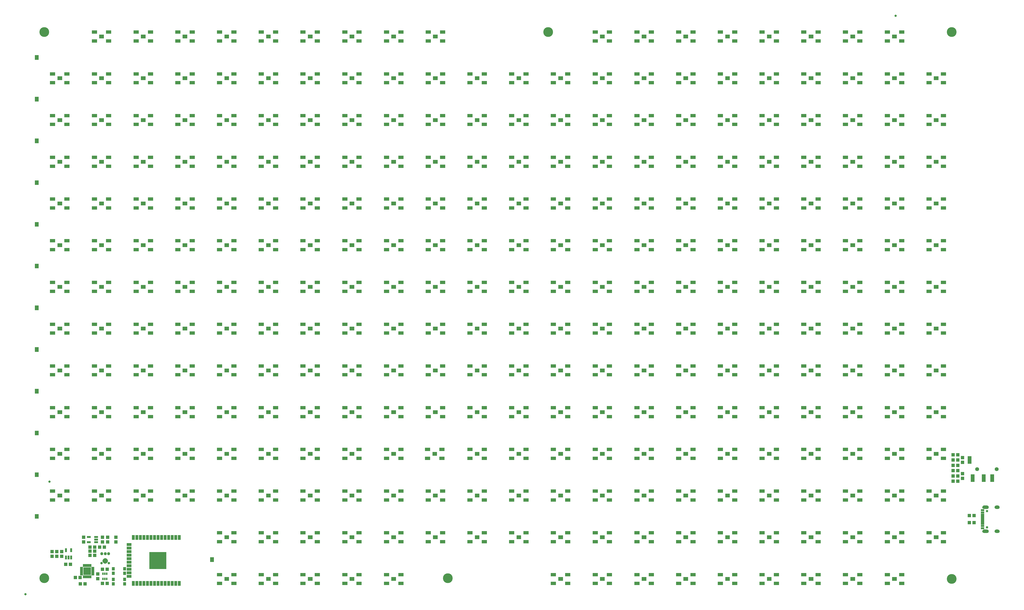
<source format=gts>
G04 EAGLE Gerber RS-274X export*
G75*
%MOMM*%
%FSLAX34Y34*%
%LPD*%
%INSoldermask Top*%
%IPPOS*%
%AMOC8*
5,1,8,0,0,1.08239X$1,22.5*%
G01*
%ADD10R,1.203200X1.303200*%
%ADD11C,0.838200*%
%ADD12R,0.503200X0.863200*%
%ADD13R,1.303200X1.203200*%
%ADD14R,1.103200X1.203200*%
%ADD15R,1.103200X1.703200*%
%ADD16R,1.703200X1.103200*%
%ADD17R,6.203200X6.203200*%
%ADD18R,0.753200X1.403200*%
%ADD19R,0.503200X1.053200*%
%ADD20R,1.053200X0.503200*%
%ADD21R,2.753200X2.753200*%
%ADD22C,3.505200*%
%ADD23R,1.219200X0.503200*%
%ADD24R,1.219200X0.803200*%
%ADD25R,1.219200X0.753200*%
%ADD26C,0.853200*%
%ADD27R,1.403200X2.703200*%
%ADD28C,1.403200*%
%ADD29C,0.500000*%
%ADD30C,0.903200*%
%ADD31C,1.103200*%
%ADD32R,1.403200X0.753200*%
%ADD33R,1.854200X1.203200*%
%ADD34R,0.838200X1.473200*%
%ADD35R,1.473200X0.838200*%

G36*
X3466305Y327154D02*
X3466305Y327154D01*
X3466308Y327151D01*
X3467575Y327356D01*
X3467581Y327362D01*
X3467586Y327359D01*
X3468775Y327841D01*
X3468779Y327848D01*
X3468785Y327846D01*
X3469838Y328580D01*
X3469840Y328588D01*
X3469846Y328587D01*
X3470709Y329537D01*
X3470710Y329546D01*
X3470715Y329546D01*
X3471345Y330665D01*
X3471344Y330673D01*
X3471350Y330675D01*
X3471715Y331905D01*
X3471712Y331912D01*
X3471716Y331915D01*
X3471715Y331915D01*
X3471717Y331916D01*
X3471799Y333197D01*
X3471797Y333201D01*
X3471799Y333203D01*
X3471717Y334484D01*
X3471711Y334490D01*
X3471715Y334495D01*
X3471350Y335725D01*
X3471343Y335730D01*
X3471345Y335735D01*
X3470715Y336854D01*
X3470708Y336857D01*
X3470709Y336863D01*
X3469846Y337813D01*
X3469838Y337814D01*
X3469838Y337820D01*
X3468785Y338554D01*
X3468777Y338554D01*
X3468775Y338559D01*
X3467586Y339041D01*
X3467578Y339039D01*
X3467575Y339044D01*
X3466308Y339249D01*
X3466303Y339246D01*
X3466300Y339249D01*
X3454300Y339249D01*
X3454296Y339246D01*
X3454293Y339249D01*
X3453171Y339094D01*
X3453166Y339089D01*
X3453162Y339092D01*
X3452091Y338721D01*
X3452087Y338715D01*
X3452082Y338717D01*
X3451105Y338144D01*
X3451102Y338138D01*
X3451097Y338139D01*
X3450250Y337386D01*
X3450248Y337379D01*
X3450243Y337379D01*
X3449559Y336476D01*
X3449559Y336469D01*
X3449554Y336468D01*
X3449059Y335449D01*
X3449061Y335442D01*
X3449059Y335441D01*
X3449056Y335440D01*
X3448769Y334343D01*
X3448772Y334337D01*
X3448768Y334334D01*
X3448701Y333203D01*
X3448703Y333199D01*
X3448701Y333197D01*
X3448768Y332066D01*
X3448773Y332061D01*
X3448769Y332057D01*
X3449056Y330960D01*
X3449062Y330956D01*
X3449059Y330951D01*
X3449554Y329932D01*
X3449560Y329929D01*
X3449559Y329924D01*
X3450243Y329021D01*
X3450250Y329019D01*
X3450250Y329014D01*
X3451097Y328261D01*
X3451104Y328261D01*
X3451105Y328256D01*
X3452082Y327683D01*
X3452089Y327684D01*
X3452091Y327679D01*
X3453162Y327308D01*
X3453168Y327311D01*
X3453171Y327306D01*
X3454293Y327151D01*
X3454298Y327154D01*
X3454300Y327151D01*
X3466300Y327151D01*
X3466305Y327154D01*
G37*
G36*
X3466305Y240754D02*
X3466305Y240754D01*
X3466308Y240751D01*
X3467575Y240956D01*
X3467581Y240962D01*
X3467586Y240959D01*
X3468775Y241441D01*
X3468779Y241448D01*
X3468785Y241446D01*
X3469838Y242180D01*
X3469840Y242188D01*
X3469846Y242187D01*
X3470709Y243137D01*
X3470710Y243146D01*
X3470715Y243146D01*
X3471345Y244265D01*
X3471344Y244273D01*
X3471350Y244275D01*
X3471715Y245505D01*
X3471712Y245512D01*
X3471716Y245515D01*
X3471715Y245515D01*
X3471717Y245516D01*
X3471799Y246797D01*
X3471797Y246801D01*
X3471799Y246803D01*
X3471717Y248084D01*
X3471711Y248090D01*
X3471715Y248095D01*
X3471350Y249325D01*
X3471343Y249330D01*
X3471345Y249335D01*
X3470715Y250454D01*
X3470708Y250457D01*
X3470709Y250463D01*
X3469846Y251413D01*
X3469838Y251414D01*
X3469838Y251420D01*
X3468785Y252154D01*
X3468777Y252154D01*
X3468775Y252159D01*
X3467586Y252641D01*
X3467578Y252639D01*
X3467575Y252644D01*
X3466308Y252849D01*
X3466303Y252846D01*
X3466300Y252849D01*
X3454300Y252849D01*
X3454296Y252846D01*
X3454293Y252849D01*
X3453171Y252694D01*
X3453166Y252689D01*
X3453162Y252692D01*
X3452091Y252321D01*
X3452087Y252315D01*
X3452082Y252317D01*
X3451105Y251744D01*
X3451102Y251738D01*
X3451097Y251739D01*
X3450250Y250986D01*
X3450248Y250979D01*
X3450243Y250979D01*
X3449559Y250076D01*
X3449559Y250069D01*
X3449554Y250068D01*
X3449059Y249049D01*
X3449061Y249042D01*
X3449059Y249041D01*
X3449056Y249040D01*
X3448769Y247943D01*
X3448772Y247937D01*
X3448768Y247934D01*
X3448701Y246803D01*
X3448703Y246799D01*
X3448701Y246797D01*
X3448768Y245666D01*
X3448773Y245661D01*
X3448769Y245657D01*
X3449056Y244560D01*
X3449062Y244556D01*
X3449059Y244551D01*
X3449554Y243532D01*
X3449560Y243529D01*
X3449559Y243524D01*
X3450243Y242621D01*
X3450250Y242619D01*
X3450250Y242614D01*
X3451097Y241861D01*
X3451104Y241861D01*
X3451105Y241856D01*
X3452082Y241283D01*
X3452089Y241284D01*
X3452091Y241279D01*
X3453162Y240908D01*
X3453168Y240911D01*
X3453171Y240906D01*
X3454293Y240751D01*
X3454298Y240754D01*
X3454300Y240751D01*
X3466300Y240751D01*
X3466305Y240754D01*
G37*
G36*
X3505104Y327153D02*
X3505104Y327153D01*
X3505106Y327151D01*
X3506435Y327306D01*
X3506441Y327312D01*
X3506445Y327309D01*
X3507706Y327756D01*
X3507711Y327763D01*
X3507716Y327761D01*
X3508846Y328478D01*
X3508849Y328485D01*
X3508855Y328484D01*
X3509797Y329435D01*
X3509798Y329443D01*
X3509804Y329443D01*
X3510511Y330579D01*
X3510511Y330584D01*
X3510512Y330585D01*
X3510511Y330587D01*
X3510516Y330589D01*
X3510952Y331854D01*
X3510950Y331862D01*
X3510955Y331865D01*
X3511099Y333195D01*
X3511095Y333201D01*
X3511099Y333205D01*
X3510989Y334371D01*
X3510984Y334376D01*
X3510987Y334380D01*
X3510652Y335503D01*
X3510646Y335507D01*
X3510648Y335511D01*
X3510100Y336547D01*
X3510094Y336550D01*
X3510095Y336555D01*
X3509356Y337463D01*
X3509349Y337465D01*
X3509349Y337470D01*
X3508447Y338217D01*
X3508440Y338217D01*
X3508439Y338223D01*
X3507408Y338779D01*
X3507401Y338778D01*
X3507399Y338783D01*
X3506280Y339127D01*
X3506273Y339125D01*
X3506270Y339129D01*
X3505105Y339249D01*
X3505102Y339247D01*
X3505100Y339249D01*
X3499100Y339249D01*
X3499097Y339247D01*
X3499095Y339249D01*
X3497919Y339138D01*
X3497914Y339133D01*
X3497910Y339136D01*
X3496778Y338798D01*
X3496774Y338792D01*
X3496769Y338794D01*
X3495725Y338242D01*
X3495722Y338235D01*
X3495717Y338237D01*
X3494801Y337491D01*
X3494800Y337484D01*
X3494794Y337484D01*
X3494041Y336575D01*
X3494041Y336567D01*
X3494036Y336567D01*
X3493475Y335527D01*
X3493476Y335520D01*
X3493471Y335518D01*
X3493124Y334389D01*
X3493126Y334383D01*
X3493122Y334380D01*
X3493001Y333205D01*
X3493005Y333198D01*
X3493001Y333194D01*
X3493158Y331854D01*
X3493163Y331848D01*
X3493160Y331843D01*
X3493611Y330572D01*
X3493618Y330567D01*
X3493616Y330562D01*
X3494338Y329423D01*
X3494346Y329420D01*
X3494345Y329414D01*
X3495303Y328464D01*
X3495311Y328463D01*
X3495312Y328457D01*
X3496457Y327744D01*
X3496466Y327745D01*
X3496467Y327739D01*
X3497743Y327299D01*
X3497750Y327301D01*
X3497752Y327299D01*
X3497753Y327297D01*
X3499095Y327151D01*
X3499098Y327153D01*
X3499100Y327151D01*
X3505100Y327151D01*
X3505104Y327153D01*
G37*
G36*
X3505104Y240753D02*
X3505104Y240753D01*
X3505106Y240751D01*
X3506435Y240906D01*
X3506441Y240912D01*
X3506445Y240909D01*
X3507706Y241356D01*
X3507711Y241363D01*
X3507716Y241361D01*
X3508846Y242078D01*
X3508849Y242085D01*
X3508855Y242084D01*
X3509797Y243035D01*
X3509798Y243043D01*
X3509804Y243043D01*
X3510511Y244179D01*
X3510511Y244184D01*
X3510512Y244185D01*
X3510511Y244187D01*
X3510516Y244189D01*
X3510952Y245454D01*
X3510950Y245462D01*
X3510955Y245465D01*
X3511099Y246795D01*
X3511095Y246801D01*
X3511099Y246805D01*
X3510989Y247971D01*
X3510984Y247976D01*
X3510987Y247980D01*
X3510652Y249103D01*
X3510646Y249107D01*
X3510648Y249111D01*
X3510100Y250147D01*
X3510094Y250150D01*
X3510095Y250155D01*
X3509356Y251063D01*
X3509349Y251065D01*
X3509349Y251070D01*
X3508447Y251817D01*
X3508440Y251817D01*
X3508439Y251823D01*
X3507408Y252379D01*
X3507401Y252378D01*
X3507399Y252383D01*
X3506280Y252727D01*
X3506273Y252725D01*
X3506270Y252729D01*
X3505105Y252849D01*
X3505102Y252847D01*
X3505100Y252849D01*
X3499100Y252849D01*
X3499097Y252847D01*
X3499095Y252849D01*
X3497919Y252738D01*
X3497914Y252733D01*
X3497910Y252736D01*
X3496778Y252398D01*
X3496774Y252392D01*
X3496769Y252394D01*
X3495725Y251842D01*
X3495722Y251835D01*
X3495717Y251837D01*
X3494801Y251091D01*
X3494800Y251084D01*
X3494794Y251084D01*
X3494041Y250175D01*
X3494041Y250167D01*
X3494036Y250167D01*
X3493475Y249127D01*
X3493476Y249120D01*
X3493471Y249118D01*
X3493124Y247989D01*
X3493126Y247983D01*
X3493122Y247980D01*
X3493001Y246805D01*
X3493005Y246798D01*
X3493001Y246794D01*
X3493158Y245454D01*
X3493163Y245448D01*
X3493160Y245443D01*
X3493611Y244172D01*
X3493618Y244167D01*
X3493616Y244162D01*
X3494338Y243023D01*
X3494346Y243020D01*
X3494345Y243014D01*
X3495303Y242064D01*
X3495311Y242063D01*
X3495312Y242057D01*
X3496457Y241344D01*
X3496466Y241345D01*
X3496467Y241339D01*
X3497743Y240899D01*
X3497750Y240901D01*
X3497752Y240899D01*
X3497753Y240897D01*
X3499095Y240751D01*
X3499098Y240753D01*
X3499100Y240751D01*
X3505100Y240751D01*
X3505104Y240753D01*
G37*
D10*
X140000Y173500D03*
X140000Y156500D03*
D11*
X3137500Y2100000D03*
X95550Y425000D03*
X10000Y20000D03*
D12*
X288300Y75250D03*
X294800Y93650D03*
X301300Y93650D03*
X288300Y93650D03*
X294800Y75250D03*
X301300Y75250D03*
D13*
X206600Y57900D03*
X223600Y57900D03*
X286300Y59050D03*
X303300Y59050D03*
X286300Y109850D03*
X303300Y109850D03*
D10*
X269400Y92950D03*
X269400Y75950D03*
D14*
X325100Y95500D03*
X325100Y111500D03*
X366100Y111500D03*
X366100Y95500D03*
X366100Y73400D03*
X366100Y57400D03*
X325100Y57400D03*
X325100Y73400D03*
D15*
X562300Y223980D03*
X549600Y223980D03*
X536900Y223980D03*
X524200Y223980D03*
X511500Y223980D03*
X498800Y223980D03*
X486100Y223980D03*
X473400Y223980D03*
X460700Y223980D03*
X448000Y223980D03*
X435300Y223980D03*
X422600Y223980D03*
X409900Y223980D03*
X397200Y223980D03*
D16*
X382300Y198750D03*
X382300Y186050D03*
X382300Y173350D03*
X382300Y160650D03*
X382300Y147950D03*
X382300Y135250D03*
X382300Y122550D03*
X382300Y109850D03*
X382300Y97150D03*
X382300Y84450D03*
D15*
X397200Y59220D03*
X409900Y59220D03*
X422600Y59220D03*
X435300Y59220D03*
X448000Y59220D03*
X460700Y59220D03*
X473400Y59220D03*
X486100Y59220D03*
X498800Y59220D03*
X511500Y59220D03*
X524200Y59220D03*
X536900Y59220D03*
X549600Y59220D03*
X562300Y59220D03*
D17*
X485300Y141600D03*
D18*
X155200Y152799D03*
X164700Y152799D03*
X174200Y152799D03*
X174200Y178801D03*
X155200Y178801D03*
D19*
X218800Y124000D03*
X223800Y124000D03*
X228800Y124000D03*
X233800Y124000D03*
X238800Y124000D03*
X243800Y124000D03*
D20*
X251800Y116000D03*
X251800Y111000D03*
X251800Y106000D03*
X251800Y101000D03*
X251800Y96000D03*
X251800Y91000D03*
X210800Y91000D03*
X210800Y96000D03*
X210800Y101000D03*
X210800Y106000D03*
X210800Y111000D03*
X210800Y116000D03*
D19*
X243800Y83000D03*
X238800Y83000D03*
X233800Y83000D03*
X228800Y83000D03*
X223800Y83000D03*
X218800Y83000D03*
D21*
X231300Y103500D03*
D22*
X3338600Y75000D03*
X77500Y77500D03*
D23*
X3449560Y297500D03*
X3449560Y292500D03*
D24*
X3449560Y322250D03*
D25*
X3449560Y314500D03*
D23*
X3449560Y307500D03*
X3449560Y302500D03*
X3449560Y282500D03*
X3449560Y287500D03*
D24*
X3449560Y257750D03*
D25*
X3449560Y265500D03*
D23*
X3449560Y272500D03*
X3449560Y277500D03*
D26*
X3465550Y261100D03*
X3465550Y318900D03*
D13*
X3402400Y303400D03*
X3419400Y303400D03*
X3402400Y278000D03*
X3419400Y278000D03*
D27*
X3414100Y437500D03*
X3403100Y502500D03*
X3454100Y437500D03*
X3484100Y437500D03*
D28*
X3500100Y470000D03*
X3430100Y470000D03*
D29*
X289300Y140000D02*
X289302Y140172D01*
X289308Y140343D01*
X289319Y140515D01*
X289334Y140686D01*
X289353Y140857D01*
X289376Y141027D01*
X289403Y141197D01*
X289435Y141366D01*
X289470Y141534D01*
X289510Y141701D01*
X289554Y141867D01*
X289601Y142032D01*
X289653Y142196D01*
X289709Y142358D01*
X289769Y142519D01*
X289833Y142679D01*
X289901Y142837D01*
X289972Y142993D01*
X290047Y143147D01*
X290127Y143300D01*
X290209Y143450D01*
X290296Y143599D01*
X290386Y143745D01*
X290480Y143889D01*
X290577Y144031D01*
X290678Y144170D01*
X290782Y144307D01*
X290889Y144441D01*
X291000Y144572D01*
X291113Y144701D01*
X291230Y144827D01*
X291350Y144950D01*
X291473Y145070D01*
X291599Y145187D01*
X291728Y145300D01*
X291859Y145411D01*
X291993Y145518D01*
X292130Y145622D01*
X292269Y145723D01*
X292411Y145820D01*
X292555Y145914D01*
X292701Y146004D01*
X292850Y146091D01*
X293000Y146173D01*
X293153Y146253D01*
X293307Y146328D01*
X293463Y146399D01*
X293621Y146467D01*
X293781Y146531D01*
X293942Y146591D01*
X294104Y146647D01*
X294268Y146699D01*
X294433Y146746D01*
X294599Y146790D01*
X294766Y146830D01*
X294934Y146865D01*
X295103Y146897D01*
X295273Y146924D01*
X295443Y146947D01*
X295614Y146966D01*
X295785Y146981D01*
X295957Y146992D01*
X296128Y146998D01*
X296300Y147000D01*
X296472Y146998D01*
X296643Y146992D01*
X296815Y146981D01*
X296986Y146966D01*
X297157Y146947D01*
X297327Y146924D01*
X297497Y146897D01*
X297666Y146865D01*
X297834Y146830D01*
X298001Y146790D01*
X298167Y146746D01*
X298332Y146699D01*
X298496Y146647D01*
X298658Y146591D01*
X298819Y146531D01*
X298979Y146467D01*
X299137Y146399D01*
X299293Y146328D01*
X299447Y146253D01*
X299600Y146173D01*
X299750Y146091D01*
X299899Y146004D01*
X300045Y145914D01*
X300189Y145820D01*
X300331Y145723D01*
X300470Y145622D01*
X300607Y145518D01*
X300741Y145411D01*
X300872Y145300D01*
X301001Y145187D01*
X301127Y145070D01*
X301250Y144950D01*
X301370Y144827D01*
X301487Y144701D01*
X301600Y144572D01*
X301711Y144441D01*
X301818Y144307D01*
X301922Y144170D01*
X302023Y144031D01*
X302120Y143889D01*
X302214Y143745D01*
X302304Y143599D01*
X302391Y143450D01*
X302473Y143300D01*
X302553Y143147D01*
X302628Y142993D01*
X302699Y142837D01*
X302767Y142679D01*
X302831Y142519D01*
X302891Y142358D01*
X302947Y142196D01*
X302999Y142032D01*
X303046Y141867D01*
X303090Y141701D01*
X303130Y141534D01*
X303165Y141366D01*
X303197Y141197D01*
X303224Y141027D01*
X303247Y140857D01*
X303266Y140686D01*
X303281Y140515D01*
X303292Y140343D01*
X303298Y140172D01*
X303300Y140000D01*
X303298Y139828D01*
X303292Y139657D01*
X303281Y139485D01*
X303266Y139314D01*
X303247Y139143D01*
X303224Y138973D01*
X303197Y138803D01*
X303165Y138634D01*
X303130Y138466D01*
X303090Y138299D01*
X303046Y138133D01*
X302999Y137968D01*
X302947Y137804D01*
X302891Y137642D01*
X302831Y137481D01*
X302767Y137321D01*
X302699Y137163D01*
X302628Y137007D01*
X302553Y136853D01*
X302473Y136700D01*
X302391Y136550D01*
X302304Y136401D01*
X302214Y136255D01*
X302120Y136111D01*
X302023Y135969D01*
X301922Y135830D01*
X301818Y135693D01*
X301711Y135559D01*
X301600Y135428D01*
X301487Y135299D01*
X301370Y135173D01*
X301250Y135050D01*
X301127Y134930D01*
X301001Y134813D01*
X300872Y134700D01*
X300741Y134589D01*
X300607Y134482D01*
X300470Y134378D01*
X300331Y134277D01*
X300189Y134180D01*
X300045Y134086D01*
X299899Y133996D01*
X299750Y133909D01*
X299600Y133827D01*
X299447Y133747D01*
X299293Y133672D01*
X299137Y133601D01*
X298979Y133533D01*
X298819Y133469D01*
X298658Y133409D01*
X298496Y133353D01*
X298332Y133301D01*
X298167Y133254D01*
X298001Y133210D01*
X297834Y133170D01*
X297666Y133135D01*
X297497Y133103D01*
X297327Y133076D01*
X297157Y133053D01*
X296986Y133034D01*
X296815Y133019D01*
X296643Y133008D01*
X296472Y133002D01*
X296300Y133000D01*
X296128Y133002D01*
X295957Y133008D01*
X295785Y133019D01*
X295614Y133034D01*
X295443Y133053D01*
X295273Y133076D01*
X295103Y133103D01*
X294934Y133135D01*
X294766Y133170D01*
X294599Y133210D01*
X294433Y133254D01*
X294268Y133301D01*
X294104Y133353D01*
X293942Y133409D01*
X293781Y133469D01*
X293621Y133533D01*
X293463Y133601D01*
X293307Y133672D01*
X293153Y133747D01*
X293000Y133827D01*
X292850Y133909D01*
X292701Y133996D01*
X292555Y134086D01*
X292411Y134180D01*
X292269Y134277D01*
X292130Y134378D01*
X291993Y134482D01*
X291859Y134589D01*
X291728Y134700D01*
X291599Y134813D01*
X291473Y134930D01*
X291350Y135050D01*
X291230Y135173D01*
X291113Y135299D01*
X291000Y135428D01*
X290889Y135559D01*
X290782Y135693D01*
X290678Y135830D01*
X290577Y135969D01*
X290480Y136111D01*
X290386Y136255D01*
X290296Y136401D01*
X290209Y136550D01*
X290127Y136700D01*
X290047Y136853D01*
X289972Y137007D01*
X289901Y137163D01*
X289833Y137321D01*
X289769Y137481D01*
X289709Y137642D01*
X289653Y137804D01*
X289601Y137968D01*
X289554Y138133D01*
X289510Y138299D01*
X289470Y138466D01*
X289435Y138634D01*
X289403Y138803D01*
X289376Y138973D01*
X289353Y139143D01*
X289334Y139314D01*
X289319Y139485D01*
X289308Y139657D01*
X289302Y139828D01*
X289300Y140000D01*
D30*
X309300Y132000D03*
D31*
X296300Y166200D03*
X284300Y166200D03*
D30*
X283300Y132000D03*
D31*
X308300Y166200D03*
X296300Y140000D03*
D13*
X293500Y190000D03*
X276500Y190000D03*
X241500Y190000D03*
X258500Y190000D03*
D32*
X263301Y207200D03*
X263301Y216700D03*
X263301Y226200D03*
X237299Y226200D03*
X237299Y207200D03*
D10*
X335000Y225500D03*
X335000Y208500D03*
X305150Y208200D03*
X305150Y225200D03*
X286100Y225200D03*
X286100Y208200D03*
D13*
X258500Y160000D03*
X241500Y160000D03*
D10*
X218550Y208200D03*
X218550Y225200D03*
D13*
X241500Y175000D03*
X258500Y175000D03*
X3360900Y464650D03*
X3343900Y464650D03*
X3360900Y521800D03*
X3343900Y521800D03*
X3343900Y483700D03*
X3360900Y483700D03*
X3360900Y426550D03*
X3343900Y426550D03*
X3360900Y502750D03*
X3343900Y502750D03*
X3343900Y445600D03*
X3360900Y445600D03*
D10*
X3377800Y511250D03*
X3377800Y494250D03*
X3377800Y454100D03*
X3377800Y437100D03*
D33*
X308820Y2009000D03*
X257280Y2009000D03*
X257280Y2041000D03*
X308820Y2041000D03*
X458820Y2009000D03*
X407280Y2009000D03*
X407280Y2041000D03*
X458820Y2041000D03*
D34*
X278986Y2025000D03*
X287114Y2025000D03*
X428986Y2025000D03*
X437114Y2025000D03*
D33*
X608820Y2009000D03*
X557280Y2009000D03*
X557280Y2041000D03*
X608820Y2041000D03*
X758820Y2009000D03*
X707280Y2009000D03*
X707280Y2041000D03*
X758820Y2041000D03*
D34*
X578986Y2025000D03*
X587114Y2025000D03*
X728986Y2025000D03*
X737114Y2025000D03*
D33*
X908820Y2009000D03*
X857280Y2009000D03*
X857280Y2041000D03*
X908820Y2041000D03*
X1058820Y2009000D03*
X1007280Y2009000D03*
X1007280Y2041000D03*
X1058820Y2041000D03*
D34*
X878986Y2025000D03*
X887114Y2025000D03*
X1028986Y2025000D03*
X1037114Y2025000D03*
D33*
X1208820Y2009000D03*
X1157280Y2009000D03*
X1157280Y2041000D03*
X1208820Y2041000D03*
X1358820Y2009000D03*
X1307280Y2009000D03*
X1307280Y2041000D03*
X1358820Y2041000D03*
D34*
X1178986Y2025000D03*
X1187114Y2025000D03*
X1328986Y2025000D03*
X1337114Y2025000D03*
D33*
X1508820Y2009000D03*
X1457280Y2009000D03*
X1457280Y2041000D03*
X1508820Y2041000D03*
D34*
X1478986Y2025000D03*
X1487114Y2025000D03*
D33*
X2108820Y2009000D03*
X2057280Y2009000D03*
X2057280Y2041000D03*
X2108820Y2041000D03*
D34*
X2078986Y2025000D03*
X2087114Y2025000D03*
D33*
X2258820Y2009000D03*
X2207280Y2009000D03*
X2207280Y2041000D03*
X2258820Y2041000D03*
X2408820Y2009000D03*
X2357280Y2009000D03*
X2357280Y2041000D03*
X2408820Y2041000D03*
D34*
X2228986Y2025000D03*
X2237114Y2025000D03*
X2378986Y2025000D03*
X2387114Y2025000D03*
D33*
X2558820Y2009000D03*
X2507280Y2009000D03*
X2507280Y2041000D03*
X2558820Y2041000D03*
X2708820Y2009000D03*
X2657280Y2009000D03*
X2657280Y2041000D03*
X2708820Y2041000D03*
D34*
X2528986Y2025000D03*
X2537114Y2025000D03*
X2678986Y2025000D03*
X2687114Y2025000D03*
D33*
X2858820Y2009000D03*
X2807280Y2009000D03*
X2807280Y2041000D03*
X2858820Y2041000D03*
X3008820Y2009000D03*
X2957280Y2009000D03*
X2957280Y2041000D03*
X3008820Y2041000D03*
D34*
X2828986Y2025000D03*
X2837114Y2025000D03*
X2978986Y2025000D03*
X2987114Y2025000D03*
D33*
X158820Y1859000D03*
X107280Y1859000D03*
X107280Y1891000D03*
X158820Y1891000D03*
D34*
X128986Y1875000D03*
X137114Y1875000D03*
D33*
X308820Y1859000D03*
X257280Y1859000D03*
X257280Y1891000D03*
X308820Y1891000D03*
D34*
X278986Y1875000D03*
X287114Y1875000D03*
D33*
X458820Y1859000D03*
X407280Y1859000D03*
X407280Y1891000D03*
X458820Y1891000D03*
X608820Y1859000D03*
X557280Y1859000D03*
X557280Y1891000D03*
X608820Y1891000D03*
D34*
X428986Y1875000D03*
X437114Y1875000D03*
X578986Y1875000D03*
X587114Y1875000D03*
D33*
X758820Y1859000D03*
X707280Y1859000D03*
X707280Y1891000D03*
X758820Y1891000D03*
X908820Y1859000D03*
X857280Y1859000D03*
X857280Y1891000D03*
X908820Y1891000D03*
D34*
X728986Y1875000D03*
X737114Y1875000D03*
X878986Y1875000D03*
X887114Y1875000D03*
D33*
X1058820Y1859000D03*
X1007280Y1859000D03*
X1007280Y1891000D03*
X1058820Y1891000D03*
X1208820Y1859000D03*
X1157280Y1859000D03*
X1157280Y1891000D03*
X1208820Y1891000D03*
D34*
X1028986Y1875000D03*
X1037114Y1875000D03*
X1178986Y1875000D03*
X1187114Y1875000D03*
D33*
X1358820Y1859000D03*
X1307280Y1859000D03*
X1307280Y1891000D03*
X1358820Y1891000D03*
X1508820Y1859000D03*
X1457280Y1859000D03*
X1457280Y1891000D03*
X1508820Y1891000D03*
D34*
X1328986Y1875000D03*
X1337114Y1875000D03*
X1478986Y1875000D03*
X1487114Y1875000D03*
D33*
X1658820Y1859000D03*
X1607280Y1859000D03*
X1607280Y1891000D03*
X1658820Y1891000D03*
X1808820Y1859000D03*
X1757280Y1859000D03*
X1757280Y1891000D03*
X1808820Y1891000D03*
D34*
X1628986Y1875000D03*
X1637114Y1875000D03*
X1778986Y1875000D03*
X1787114Y1875000D03*
D33*
X1958820Y1859000D03*
X1907280Y1859000D03*
X1907280Y1891000D03*
X1958820Y1891000D03*
D34*
X1928986Y1875000D03*
X1937114Y1875000D03*
D33*
X2108820Y1859000D03*
X2057280Y1859000D03*
X2057280Y1891000D03*
X2108820Y1891000D03*
X2258820Y1859000D03*
X2207280Y1859000D03*
X2207280Y1891000D03*
X2258820Y1891000D03*
D34*
X2078986Y1875000D03*
X2087114Y1875000D03*
X2228986Y1875000D03*
X2237114Y1875000D03*
D33*
X2408820Y1859000D03*
X2357280Y1859000D03*
X2357280Y1891000D03*
X2408820Y1891000D03*
X2558820Y1859000D03*
X2507280Y1859000D03*
X2507280Y1891000D03*
X2558820Y1891000D03*
D34*
X2378986Y1875000D03*
X2387114Y1875000D03*
X2528986Y1875000D03*
X2537114Y1875000D03*
D33*
X2708820Y1859000D03*
X2657280Y1859000D03*
X2657280Y1891000D03*
X2708820Y1891000D03*
X2858820Y1859000D03*
X2807280Y1859000D03*
X2807280Y1891000D03*
X2858820Y1891000D03*
D34*
X2678986Y1875000D03*
X2687114Y1875000D03*
X2828986Y1875000D03*
X2837114Y1875000D03*
D33*
X3008820Y1859000D03*
X2957280Y1859000D03*
X2957280Y1891000D03*
X3008820Y1891000D03*
X3158820Y1859000D03*
X3107280Y1859000D03*
X3107280Y1891000D03*
X3158820Y1891000D03*
D34*
X2978986Y1875000D03*
X2987114Y1875000D03*
X3128986Y1875000D03*
X3137114Y1875000D03*
D33*
X158820Y1709000D03*
X107280Y1709000D03*
X107280Y1741000D03*
X158820Y1741000D03*
X308820Y1709000D03*
X257280Y1709000D03*
X257280Y1741000D03*
X308820Y1741000D03*
D34*
X128986Y1725000D03*
X137114Y1725000D03*
X278986Y1725000D03*
X287114Y1725000D03*
D33*
X458820Y1709000D03*
X407280Y1709000D03*
X407280Y1741000D03*
X458820Y1741000D03*
D34*
X428986Y1725000D03*
X437114Y1725000D03*
D33*
X608820Y1709000D03*
X557280Y1709000D03*
X557280Y1741000D03*
X608820Y1741000D03*
X758820Y1709000D03*
X707280Y1709000D03*
X707280Y1741000D03*
X758820Y1741000D03*
D34*
X578986Y1725000D03*
X587114Y1725000D03*
X728986Y1725000D03*
X737114Y1725000D03*
D33*
X908820Y1709000D03*
X857280Y1709000D03*
X857280Y1741000D03*
X908820Y1741000D03*
X1058820Y1709000D03*
X1007280Y1709000D03*
X1007280Y1741000D03*
X1058820Y1741000D03*
D34*
X878986Y1725000D03*
X887114Y1725000D03*
X1028986Y1725000D03*
X1037114Y1725000D03*
D33*
X1208820Y1709000D03*
X1157280Y1709000D03*
X1157280Y1741000D03*
X1208820Y1741000D03*
X1358820Y1709000D03*
X1307280Y1709000D03*
X1307280Y1741000D03*
X1358820Y1741000D03*
D34*
X1178986Y1725000D03*
X1187114Y1725000D03*
X1328986Y1725000D03*
X1337114Y1725000D03*
D33*
X1508820Y1709000D03*
X1457280Y1709000D03*
X1457280Y1741000D03*
X1508820Y1741000D03*
X1658820Y1709000D03*
X1607280Y1709000D03*
X1607280Y1741000D03*
X1658820Y1741000D03*
D34*
X1478986Y1725000D03*
X1487114Y1725000D03*
X1628986Y1725000D03*
X1637114Y1725000D03*
D33*
X1808820Y1709000D03*
X1757280Y1709000D03*
X1757280Y1741000D03*
X1808820Y1741000D03*
X1958820Y1709000D03*
X1907280Y1709000D03*
X1907280Y1741000D03*
X1958820Y1741000D03*
D34*
X1778986Y1725000D03*
X1787114Y1725000D03*
X1928986Y1725000D03*
X1937114Y1725000D03*
D33*
X2108820Y1709000D03*
X2057280Y1709000D03*
X2057280Y1741000D03*
X2108820Y1741000D03*
D34*
X2078986Y1725000D03*
X2087114Y1725000D03*
D33*
X2258820Y1709000D03*
X2207280Y1709000D03*
X2207280Y1741000D03*
X2258820Y1741000D03*
X2408820Y1709000D03*
X2357280Y1709000D03*
X2357280Y1741000D03*
X2408820Y1741000D03*
D34*
X2228986Y1725000D03*
X2237114Y1725000D03*
X2378986Y1725000D03*
X2387114Y1725000D03*
D33*
X2558820Y1709000D03*
X2507280Y1709000D03*
X2507280Y1741000D03*
X2558820Y1741000D03*
X2708820Y1709000D03*
X2657280Y1709000D03*
X2657280Y1741000D03*
X2708820Y1741000D03*
D34*
X2528986Y1725000D03*
X2537114Y1725000D03*
X2678986Y1725000D03*
X2687114Y1725000D03*
D33*
X2858820Y1709000D03*
X2807280Y1709000D03*
X2807280Y1741000D03*
X2858820Y1741000D03*
X3008820Y1709000D03*
X2957280Y1709000D03*
X2957280Y1741000D03*
X3008820Y1741000D03*
D34*
X2828986Y1725000D03*
X2837114Y1725000D03*
X2978986Y1725000D03*
X2987114Y1725000D03*
D33*
X3158820Y1709000D03*
X3107280Y1709000D03*
X3107280Y1741000D03*
X3158820Y1741000D03*
X158820Y1559000D03*
X107280Y1559000D03*
X107280Y1591000D03*
X158820Y1591000D03*
D34*
X3128986Y1725000D03*
X3137114Y1725000D03*
X128986Y1575000D03*
X137114Y1575000D03*
D33*
X308820Y1559000D03*
X257280Y1559000D03*
X257280Y1591000D03*
X308820Y1591000D03*
X458820Y1559000D03*
X407280Y1559000D03*
X407280Y1591000D03*
X458820Y1591000D03*
D34*
X278986Y1575000D03*
X287114Y1575000D03*
X428986Y1575000D03*
X437114Y1575000D03*
D33*
X608820Y1559000D03*
X557280Y1559000D03*
X557280Y1591000D03*
X608820Y1591000D03*
D34*
X578986Y1575000D03*
X587114Y1575000D03*
D33*
X758820Y1559000D03*
X707280Y1559000D03*
X707280Y1591000D03*
X758820Y1591000D03*
X908820Y1559000D03*
X857280Y1559000D03*
X857280Y1591000D03*
X908820Y1591000D03*
D34*
X728986Y1575000D03*
X737114Y1575000D03*
X878986Y1575000D03*
X887114Y1575000D03*
D33*
X1058820Y1559000D03*
X1007280Y1559000D03*
X1007280Y1591000D03*
X1058820Y1591000D03*
X1208820Y1559000D03*
X1157280Y1559000D03*
X1157280Y1591000D03*
X1208820Y1591000D03*
D34*
X1028986Y1575000D03*
X1037114Y1575000D03*
X1178986Y1575000D03*
X1187114Y1575000D03*
D33*
X1358820Y1559000D03*
X1307280Y1559000D03*
X1307280Y1591000D03*
X1358820Y1591000D03*
X1508820Y1559000D03*
X1457280Y1559000D03*
X1457280Y1591000D03*
X1508820Y1591000D03*
D34*
X1328986Y1575000D03*
X1337114Y1575000D03*
X1478986Y1575000D03*
X1487114Y1575000D03*
D33*
X1658820Y1559000D03*
X1607280Y1559000D03*
X1607280Y1591000D03*
X1658820Y1591000D03*
X1808820Y1559000D03*
X1757280Y1559000D03*
X1757280Y1591000D03*
X1808820Y1591000D03*
D34*
X1628986Y1575000D03*
X1637114Y1575000D03*
X1778986Y1575000D03*
X1787114Y1575000D03*
D33*
X1958820Y1559000D03*
X1907280Y1559000D03*
X1907280Y1591000D03*
X1958820Y1591000D03*
X2108820Y1559000D03*
X2057280Y1559000D03*
X2057280Y1591000D03*
X2108820Y1591000D03*
D34*
X1928986Y1575000D03*
X1937114Y1575000D03*
X2078986Y1575000D03*
X2087114Y1575000D03*
D33*
X2258820Y1559000D03*
X2207280Y1559000D03*
X2207280Y1591000D03*
X2258820Y1591000D03*
D34*
X2228986Y1575000D03*
X2237114Y1575000D03*
D33*
X2408820Y1559000D03*
X2357280Y1559000D03*
X2357280Y1591000D03*
X2408820Y1591000D03*
X2558820Y1559000D03*
X2507280Y1559000D03*
X2507280Y1591000D03*
X2558820Y1591000D03*
D34*
X2378986Y1575000D03*
X2387114Y1575000D03*
X2528986Y1575000D03*
X2537114Y1575000D03*
D33*
X2708820Y1559000D03*
X2657280Y1559000D03*
X2657280Y1591000D03*
X2708820Y1591000D03*
X2858820Y1559000D03*
X2807280Y1559000D03*
X2807280Y1591000D03*
X2858820Y1591000D03*
D34*
X2678986Y1575000D03*
X2687114Y1575000D03*
X2828986Y1575000D03*
X2837114Y1575000D03*
D33*
X3008820Y1559000D03*
X2957280Y1559000D03*
X2957280Y1591000D03*
X3008820Y1591000D03*
D34*
X2978986Y1575000D03*
X2987114Y1575000D03*
D33*
X158820Y1409000D03*
X107280Y1409000D03*
X107280Y1441000D03*
X158820Y1441000D03*
X308820Y1409000D03*
X257280Y1409000D03*
X257280Y1441000D03*
X308820Y1441000D03*
D34*
X128986Y1425000D03*
X137114Y1425000D03*
X278986Y1425000D03*
X287114Y1425000D03*
D33*
X458820Y1409000D03*
X407280Y1409000D03*
X407280Y1441000D03*
X458820Y1441000D03*
X608820Y1409000D03*
X557280Y1409000D03*
X557280Y1441000D03*
X608820Y1441000D03*
D34*
X428986Y1425000D03*
X437114Y1425000D03*
X578986Y1425000D03*
X587114Y1425000D03*
D33*
X758820Y1409000D03*
X707280Y1409000D03*
X707280Y1441000D03*
X758820Y1441000D03*
D34*
X728986Y1425000D03*
X737114Y1425000D03*
D33*
X908820Y1409000D03*
X857280Y1409000D03*
X857280Y1441000D03*
X908820Y1441000D03*
X1058820Y1409000D03*
X1007280Y1409000D03*
X1007280Y1441000D03*
X1058820Y1441000D03*
D34*
X878986Y1425000D03*
X887114Y1425000D03*
X1028986Y1425000D03*
X1037114Y1425000D03*
D33*
X1208820Y1409000D03*
X1157280Y1409000D03*
X1157280Y1441000D03*
X1208820Y1441000D03*
X1358820Y1409000D03*
X1307280Y1409000D03*
X1307280Y1441000D03*
X1358820Y1441000D03*
D34*
X1178986Y1425000D03*
X1187114Y1425000D03*
X1328986Y1425000D03*
X1337114Y1425000D03*
D33*
X1508820Y1409000D03*
X1457280Y1409000D03*
X1457280Y1441000D03*
X1508820Y1441000D03*
X1658820Y1409000D03*
X1607280Y1409000D03*
X1607280Y1441000D03*
X1658820Y1441000D03*
D34*
X1478986Y1425000D03*
X1487114Y1425000D03*
X1628986Y1425000D03*
X1637114Y1425000D03*
D33*
X1808820Y1409000D03*
X1757280Y1409000D03*
X1757280Y1441000D03*
X1808820Y1441000D03*
X1958820Y1409000D03*
X1907280Y1409000D03*
X1907280Y1441000D03*
X1958820Y1441000D03*
D34*
X1778986Y1425000D03*
X1787114Y1425000D03*
X1928986Y1425000D03*
X1937114Y1425000D03*
D33*
X2108820Y1409000D03*
X2057280Y1409000D03*
X2057280Y1441000D03*
X2108820Y1441000D03*
X2258820Y1409000D03*
X2207280Y1409000D03*
X2207280Y1441000D03*
X2258820Y1441000D03*
D34*
X2078986Y1425000D03*
X2087114Y1425000D03*
X2228986Y1425000D03*
X2237114Y1425000D03*
D33*
X2408820Y1409000D03*
X2357280Y1409000D03*
X2357280Y1441000D03*
X2408820Y1441000D03*
D34*
X2378986Y1425000D03*
X2387114Y1425000D03*
D33*
X2558820Y1409000D03*
X2507280Y1409000D03*
X2507280Y1441000D03*
X2558820Y1441000D03*
X2708820Y1409000D03*
X2657280Y1409000D03*
X2657280Y1441000D03*
X2708820Y1441000D03*
D34*
X2528986Y1425000D03*
X2537114Y1425000D03*
X2678986Y1425000D03*
X2687114Y1425000D03*
D33*
X2858820Y1409000D03*
X2807280Y1409000D03*
X2807280Y1441000D03*
X2858820Y1441000D03*
X3008820Y1409000D03*
X2957280Y1409000D03*
X2957280Y1441000D03*
X3008820Y1441000D03*
D34*
X2828986Y1425000D03*
X2837114Y1425000D03*
X2978986Y1425000D03*
X2987114Y1425000D03*
D33*
X3158820Y1409000D03*
X3107280Y1409000D03*
X3107280Y1441000D03*
X3158820Y1441000D03*
X158820Y1259000D03*
X107280Y1259000D03*
X107280Y1291000D03*
X158820Y1291000D03*
D34*
X3128986Y1425000D03*
X3137114Y1425000D03*
X128986Y1275000D03*
X137114Y1275000D03*
D33*
X308820Y1259000D03*
X257280Y1259000D03*
X257280Y1291000D03*
X308820Y1291000D03*
X458820Y1259000D03*
X407280Y1259000D03*
X407280Y1291000D03*
X458820Y1291000D03*
D34*
X278986Y1275000D03*
X287114Y1275000D03*
X428986Y1275000D03*
X437114Y1275000D03*
D33*
X608820Y1259000D03*
X557280Y1259000D03*
X557280Y1291000D03*
X608820Y1291000D03*
X758820Y1259000D03*
X707280Y1259000D03*
X707280Y1291000D03*
X758820Y1291000D03*
D34*
X578986Y1275000D03*
X587114Y1275000D03*
X728986Y1275000D03*
X737114Y1275000D03*
D33*
X908820Y1259000D03*
X857280Y1259000D03*
X857280Y1291000D03*
X908820Y1291000D03*
D34*
X878986Y1275000D03*
X887114Y1275000D03*
D33*
X1058820Y1259000D03*
X1007280Y1259000D03*
X1007280Y1291000D03*
X1058820Y1291000D03*
X1208820Y1259000D03*
X1157280Y1259000D03*
X1157280Y1291000D03*
X1208820Y1291000D03*
D34*
X1028986Y1275000D03*
X1037114Y1275000D03*
X1178986Y1275000D03*
X1187114Y1275000D03*
D33*
X1358820Y1259000D03*
X1307280Y1259000D03*
X1307280Y1291000D03*
X1358820Y1291000D03*
X1508820Y1259000D03*
X1457280Y1259000D03*
X1457280Y1291000D03*
X1508820Y1291000D03*
D34*
X1328986Y1275000D03*
X1337114Y1275000D03*
X1478986Y1275000D03*
X1487114Y1275000D03*
D33*
X1658820Y1259000D03*
X1607280Y1259000D03*
X1607280Y1291000D03*
X1658820Y1291000D03*
X1808820Y1259000D03*
X1757280Y1259000D03*
X1757280Y1291000D03*
X1808820Y1291000D03*
D34*
X1628986Y1275000D03*
X1637114Y1275000D03*
X1778986Y1275000D03*
X1787114Y1275000D03*
D33*
X1958820Y1259000D03*
X1907280Y1259000D03*
X1907280Y1291000D03*
X1958820Y1291000D03*
X2108820Y1259000D03*
X2057280Y1259000D03*
X2057280Y1291000D03*
X2108820Y1291000D03*
D34*
X1928986Y1275000D03*
X1937114Y1275000D03*
X2078986Y1275000D03*
X2087114Y1275000D03*
D33*
X2258820Y1259000D03*
X2207280Y1259000D03*
X2207280Y1291000D03*
X2258820Y1291000D03*
X2408820Y1259000D03*
X2357280Y1259000D03*
X2357280Y1291000D03*
X2408820Y1291000D03*
D34*
X2228986Y1275000D03*
X2237114Y1275000D03*
X2378986Y1275000D03*
X2387114Y1275000D03*
D33*
X2558820Y1259000D03*
X2507280Y1259000D03*
X2507280Y1291000D03*
X2558820Y1291000D03*
D34*
X2528986Y1275000D03*
X2537114Y1275000D03*
D33*
X2708820Y1259000D03*
X2657280Y1259000D03*
X2657280Y1291000D03*
X2708820Y1291000D03*
X2858820Y1259000D03*
X2807280Y1259000D03*
X2807280Y1291000D03*
X2858820Y1291000D03*
D34*
X2678986Y1275000D03*
X2687114Y1275000D03*
X2828986Y1275000D03*
X2837114Y1275000D03*
D33*
X3008820Y1259000D03*
X2957280Y1259000D03*
X2957280Y1291000D03*
X3008820Y1291000D03*
X3158820Y1259000D03*
X3107280Y1259000D03*
X3107280Y1291000D03*
X3158820Y1291000D03*
D34*
X2978986Y1275000D03*
X2987114Y1275000D03*
X3128986Y1275000D03*
X3137114Y1275000D03*
D33*
X158820Y1109000D03*
X107280Y1109000D03*
X107280Y1141000D03*
X158820Y1141000D03*
X308820Y1109000D03*
X257280Y1109000D03*
X257280Y1141000D03*
X308820Y1141000D03*
D34*
X128986Y1125000D03*
X137114Y1125000D03*
X278986Y1125000D03*
X287114Y1125000D03*
D33*
X458820Y1109000D03*
X407280Y1109000D03*
X407280Y1141000D03*
X458820Y1141000D03*
X608820Y1109000D03*
X557280Y1109000D03*
X557280Y1141000D03*
X608820Y1141000D03*
D34*
X428986Y1125000D03*
X437114Y1125000D03*
X578986Y1125000D03*
X587114Y1125000D03*
D33*
X758820Y1109000D03*
X707280Y1109000D03*
X707280Y1141000D03*
X758820Y1141000D03*
X908820Y1109000D03*
X857280Y1109000D03*
X857280Y1141000D03*
X908820Y1141000D03*
D34*
X728986Y1125000D03*
X737114Y1125000D03*
X878986Y1125000D03*
X887114Y1125000D03*
D33*
X1058820Y1109000D03*
X1007280Y1109000D03*
X1007280Y1141000D03*
X1058820Y1141000D03*
D34*
X1028986Y1125000D03*
X1037114Y1125000D03*
D33*
X1208820Y1109000D03*
X1157280Y1109000D03*
X1157280Y1141000D03*
X1208820Y1141000D03*
X1358820Y1109000D03*
X1307280Y1109000D03*
X1307280Y1141000D03*
X1358820Y1141000D03*
D34*
X1178986Y1125000D03*
X1187114Y1125000D03*
X1328986Y1125000D03*
X1337114Y1125000D03*
D33*
X1508820Y1109000D03*
X1457280Y1109000D03*
X1457280Y1141000D03*
X1508820Y1141000D03*
X1658820Y1109000D03*
X1607280Y1109000D03*
X1607280Y1141000D03*
X1658820Y1141000D03*
D34*
X1478986Y1125000D03*
X1487114Y1125000D03*
X1628986Y1125000D03*
X1637114Y1125000D03*
D33*
X1808820Y1109000D03*
X1757280Y1109000D03*
X1757280Y1141000D03*
X1808820Y1141000D03*
X1958820Y1109000D03*
X1907280Y1109000D03*
X1907280Y1141000D03*
X1958820Y1141000D03*
D34*
X1778986Y1125000D03*
X1787114Y1125000D03*
X1928986Y1125000D03*
X1937114Y1125000D03*
D33*
X2108820Y1109000D03*
X2057280Y1109000D03*
X2057280Y1141000D03*
X2108820Y1141000D03*
X2258820Y1109000D03*
X2207280Y1109000D03*
X2207280Y1141000D03*
X2258820Y1141000D03*
D34*
X2078986Y1125000D03*
X2087114Y1125000D03*
X2228986Y1125000D03*
X2237114Y1125000D03*
D33*
X2408820Y1109000D03*
X2357280Y1109000D03*
X2357280Y1141000D03*
X2408820Y1141000D03*
X2558820Y1109000D03*
X2507280Y1109000D03*
X2507280Y1141000D03*
X2558820Y1141000D03*
D34*
X2378986Y1125000D03*
X2387114Y1125000D03*
X2528986Y1125000D03*
X2537114Y1125000D03*
D33*
X2708820Y1109000D03*
X2657280Y1109000D03*
X2657280Y1141000D03*
X2708820Y1141000D03*
D34*
X2678986Y1125000D03*
X2687114Y1125000D03*
D33*
X2858820Y1109000D03*
X2807280Y1109000D03*
X2807280Y1141000D03*
X2858820Y1141000D03*
X3008820Y1109000D03*
X2957280Y1109000D03*
X2957280Y1141000D03*
X3008820Y1141000D03*
D34*
X2828986Y1125000D03*
X2837114Y1125000D03*
X2978986Y1125000D03*
X2987114Y1125000D03*
D33*
X3158820Y1109000D03*
X3107280Y1109000D03*
X3107280Y1141000D03*
X3158820Y1141000D03*
X158820Y959000D03*
X107280Y959000D03*
X107280Y991000D03*
X158820Y991000D03*
D34*
X3128986Y1125000D03*
X3137114Y1125000D03*
X128986Y975000D03*
X137114Y975000D03*
D33*
X308820Y959000D03*
X257280Y959000D03*
X257280Y991000D03*
X308820Y991000D03*
X458820Y959000D03*
X407280Y959000D03*
X407280Y991000D03*
X458820Y991000D03*
D34*
X278986Y975000D03*
X287114Y975000D03*
X428986Y975000D03*
X437114Y975000D03*
D33*
X608820Y959000D03*
X557280Y959000D03*
X557280Y991000D03*
X608820Y991000D03*
X758820Y959000D03*
X707280Y959000D03*
X707280Y991000D03*
X758820Y991000D03*
D34*
X578986Y975000D03*
X587114Y975000D03*
X728986Y975000D03*
X737114Y975000D03*
D33*
X908820Y959000D03*
X857280Y959000D03*
X857280Y991000D03*
X908820Y991000D03*
X1058820Y959000D03*
X1007280Y959000D03*
X1007280Y991000D03*
X1058820Y991000D03*
D34*
X878986Y975000D03*
X887114Y975000D03*
X1028986Y975000D03*
X1037114Y975000D03*
D33*
X1208820Y959000D03*
X1157280Y959000D03*
X1157280Y991000D03*
X1208820Y991000D03*
D34*
X1178986Y975000D03*
X1187114Y975000D03*
D33*
X1358820Y959000D03*
X1307280Y959000D03*
X1307280Y991000D03*
X1358820Y991000D03*
X1508820Y959000D03*
X1457280Y959000D03*
X1457280Y991000D03*
X1508820Y991000D03*
D34*
X1328986Y975000D03*
X1337114Y975000D03*
X1478986Y975000D03*
X1487114Y975000D03*
D33*
X1658820Y959000D03*
X1607280Y959000D03*
X1607280Y991000D03*
X1658820Y991000D03*
X1808820Y959000D03*
X1757280Y959000D03*
X1757280Y991000D03*
X1808820Y991000D03*
D34*
X1628986Y975000D03*
X1637114Y975000D03*
X1778986Y975000D03*
X1787114Y975000D03*
D33*
X1958820Y959000D03*
X1907280Y959000D03*
X1907280Y991000D03*
X1958820Y991000D03*
X2408820Y959000D03*
X2357280Y959000D03*
X2357280Y991000D03*
X2408820Y991000D03*
D34*
X1928986Y975000D03*
X1937114Y975000D03*
X2378986Y975000D03*
X2387114Y975000D03*
D33*
X2558820Y959000D03*
X2507280Y959000D03*
X2507280Y991000D03*
X2558820Y991000D03*
X2708820Y959000D03*
X2657280Y959000D03*
X2657280Y991000D03*
X2708820Y991000D03*
D34*
X2528986Y975000D03*
X2537114Y975000D03*
X2678986Y975000D03*
X2687114Y975000D03*
D33*
X2858820Y959000D03*
X2807280Y959000D03*
X2807280Y991000D03*
X2858820Y991000D03*
X3008820Y959000D03*
X2957280Y959000D03*
X2957280Y991000D03*
X3008820Y991000D03*
D34*
X2828986Y975000D03*
X2837114Y975000D03*
X2978986Y975000D03*
X2987114Y975000D03*
D33*
X3158820Y959000D03*
X3107280Y959000D03*
X3107280Y991000D03*
X3158820Y991000D03*
D34*
X3128986Y975000D03*
X3137114Y975000D03*
D33*
X3308820Y959000D03*
X3257280Y959000D03*
X3257280Y991000D03*
X3308820Y991000D03*
D34*
X3278986Y975000D03*
X3287114Y975000D03*
D33*
X158820Y809000D03*
X107280Y809000D03*
X107280Y841000D03*
X158820Y841000D03*
X308820Y809000D03*
X257280Y809000D03*
X257280Y841000D03*
X308820Y841000D03*
D34*
X128986Y825000D03*
X137114Y825000D03*
X278986Y825000D03*
X287114Y825000D03*
D33*
X458820Y809000D03*
X407280Y809000D03*
X407280Y841000D03*
X458820Y841000D03*
X608820Y809000D03*
X557280Y809000D03*
X557280Y841000D03*
X608820Y841000D03*
D34*
X428986Y825000D03*
X437114Y825000D03*
X578986Y825000D03*
X587114Y825000D03*
D33*
X758820Y809000D03*
X707280Y809000D03*
X707280Y841000D03*
X758820Y841000D03*
X908820Y809000D03*
X857280Y809000D03*
X857280Y841000D03*
X908820Y841000D03*
D34*
X728986Y825000D03*
X737114Y825000D03*
X878986Y825000D03*
X887114Y825000D03*
D33*
X1058820Y809000D03*
X1007280Y809000D03*
X1007280Y841000D03*
X1058820Y841000D03*
X1208820Y809000D03*
X1157280Y809000D03*
X1157280Y841000D03*
X1208820Y841000D03*
D34*
X1028986Y825000D03*
X1037114Y825000D03*
X1178986Y825000D03*
X1187114Y825000D03*
D33*
X1358820Y809000D03*
X1307280Y809000D03*
X1307280Y841000D03*
X1358820Y841000D03*
D34*
X1328986Y825000D03*
X1337114Y825000D03*
D33*
X1508820Y809000D03*
X1457280Y809000D03*
X1457280Y841000D03*
X1508820Y841000D03*
X1658820Y809000D03*
X1607280Y809000D03*
X1607280Y841000D03*
X1658820Y841000D03*
D34*
X1478986Y825000D03*
X1487114Y825000D03*
X1628986Y825000D03*
X1637114Y825000D03*
D33*
X1808820Y809000D03*
X1757280Y809000D03*
X1757280Y841000D03*
X1808820Y841000D03*
X1958820Y809000D03*
X1907280Y809000D03*
X1907280Y841000D03*
X1958820Y841000D03*
D34*
X1778986Y825000D03*
X1787114Y825000D03*
X1928986Y825000D03*
X1937114Y825000D03*
D33*
X2108820Y809000D03*
X2057280Y809000D03*
X2057280Y841000D03*
X2108820Y841000D03*
X2258820Y809000D03*
X2207280Y809000D03*
X2207280Y841000D03*
X2258820Y841000D03*
D34*
X2078986Y825000D03*
X2087114Y825000D03*
X2228986Y825000D03*
X2237114Y825000D03*
D33*
X2408820Y809000D03*
X2357280Y809000D03*
X2357280Y841000D03*
X2408820Y841000D03*
X2558820Y809000D03*
X2507280Y809000D03*
X2507280Y841000D03*
X2558820Y841000D03*
D34*
X2378986Y825000D03*
X2387114Y825000D03*
X2528986Y825000D03*
X2537114Y825000D03*
D33*
X2708820Y809000D03*
X2657280Y809000D03*
X2657280Y841000D03*
X2708820Y841000D03*
X3158820Y809000D03*
X3107280Y809000D03*
X3107280Y841000D03*
X3158820Y841000D03*
D34*
X2678986Y825000D03*
X2687114Y825000D03*
X3128986Y825000D03*
X3137114Y825000D03*
D33*
X3308820Y809000D03*
X3257280Y809000D03*
X3257280Y841000D03*
X3308820Y841000D03*
D34*
X3278986Y825000D03*
X3287114Y825000D03*
D33*
X158820Y659000D03*
X107280Y659000D03*
X107280Y691000D03*
X158820Y691000D03*
D34*
X128986Y675000D03*
X137114Y675000D03*
D33*
X308820Y659000D03*
X257280Y659000D03*
X257280Y691000D03*
X308820Y691000D03*
X458820Y659000D03*
X407280Y659000D03*
X407280Y691000D03*
X458820Y691000D03*
D34*
X278986Y675000D03*
X287114Y675000D03*
X428986Y675000D03*
X437114Y675000D03*
D33*
X608820Y659000D03*
X557280Y659000D03*
X557280Y691000D03*
X608820Y691000D03*
X758820Y659000D03*
X707280Y659000D03*
X707280Y691000D03*
X758820Y691000D03*
D34*
X578986Y675000D03*
X587114Y675000D03*
X728986Y675000D03*
X737114Y675000D03*
D33*
X908820Y659000D03*
X857280Y659000D03*
X857280Y691000D03*
X908820Y691000D03*
X1058820Y659000D03*
X1007280Y659000D03*
X1007280Y691000D03*
X1058820Y691000D03*
D34*
X878986Y675000D03*
X887114Y675000D03*
X1028986Y675000D03*
X1037114Y675000D03*
D33*
X1208820Y659000D03*
X1157280Y659000D03*
X1157280Y691000D03*
X1208820Y691000D03*
X1358820Y659000D03*
X1307280Y659000D03*
X1307280Y691000D03*
X1358820Y691000D03*
D34*
X1178986Y675000D03*
X1187114Y675000D03*
X1328986Y675000D03*
X1337114Y675000D03*
D33*
X1508820Y659000D03*
X1457280Y659000D03*
X1457280Y691000D03*
X1508820Y691000D03*
D34*
X1478986Y675000D03*
X1487114Y675000D03*
D33*
X1658820Y659000D03*
X1607280Y659000D03*
X1607280Y691000D03*
X1658820Y691000D03*
X1808820Y659000D03*
X1757280Y659000D03*
X1757280Y691000D03*
X1808820Y691000D03*
D34*
X1628986Y675000D03*
X1637114Y675000D03*
X1778986Y675000D03*
X1787114Y675000D03*
D33*
X1958820Y659000D03*
X1907280Y659000D03*
X1907280Y691000D03*
X1958820Y691000D03*
X2108820Y659000D03*
X2057280Y659000D03*
X2057280Y691000D03*
X2108820Y691000D03*
D34*
X1928986Y675000D03*
X1937114Y675000D03*
X2078986Y675000D03*
X2087114Y675000D03*
D33*
X2258820Y659000D03*
X2207280Y659000D03*
X2207280Y691000D03*
X2258820Y691000D03*
X2408820Y659000D03*
X2357280Y659000D03*
X2357280Y691000D03*
X2408820Y691000D03*
D34*
X2228986Y675000D03*
X2237114Y675000D03*
X2378986Y675000D03*
X2387114Y675000D03*
D33*
X2558820Y659000D03*
X2507280Y659000D03*
X2507280Y691000D03*
X2558820Y691000D03*
X3008820Y659000D03*
X2957280Y659000D03*
X2957280Y691000D03*
X3008820Y691000D03*
D34*
X2528986Y675000D03*
X2537114Y675000D03*
X2978986Y675000D03*
X2987114Y675000D03*
D33*
X3158820Y659000D03*
X3107280Y659000D03*
X3107280Y691000D03*
X3158820Y691000D03*
X3308820Y659000D03*
X3257280Y659000D03*
X3257280Y691000D03*
X3308820Y691000D03*
D34*
X3128986Y675000D03*
X3137114Y675000D03*
X3278986Y675000D03*
X3287114Y675000D03*
D33*
X308820Y359000D03*
X257280Y359000D03*
X257280Y391000D03*
X308820Y391000D03*
D34*
X278986Y375000D03*
X287114Y375000D03*
D33*
X458820Y359000D03*
X407280Y359000D03*
X407280Y391000D03*
X458820Y391000D03*
X608820Y359000D03*
X557280Y359000D03*
X557280Y391000D03*
X608820Y391000D03*
D34*
X428986Y375000D03*
X437114Y375000D03*
X578986Y375000D03*
X587114Y375000D03*
D33*
X758820Y359000D03*
X707280Y359000D03*
X707280Y391000D03*
X758820Y391000D03*
X908820Y359000D03*
X857280Y359000D03*
X857280Y391000D03*
X908820Y391000D03*
D34*
X728986Y375000D03*
X737114Y375000D03*
X878986Y375000D03*
X887114Y375000D03*
D33*
X1058820Y359000D03*
X1007280Y359000D03*
X1007280Y391000D03*
X1058820Y391000D03*
X1208820Y359000D03*
X1157280Y359000D03*
X1157280Y391000D03*
X1208820Y391000D03*
D34*
X1028986Y375000D03*
X1037114Y375000D03*
X1178986Y375000D03*
X1187114Y375000D03*
D33*
X1358820Y359000D03*
X1307280Y359000D03*
X1307280Y391000D03*
X1358820Y391000D03*
X1508820Y359000D03*
X1457280Y359000D03*
X1457280Y391000D03*
X1508820Y391000D03*
D34*
X1328986Y375000D03*
X1337114Y375000D03*
X1478986Y375000D03*
X1487114Y375000D03*
D33*
X1658820Y359000D03*
X1607280Y359000D03*
X1607280Y391000D03*
X1658820Y391000D03*
D34*
X1628986Y375000D03*
X1637114Y375000D03*
D33*
X1808820Y359000D03*
X1757280Y359000D03*
X1757280Y391000D03*
X1808820Y391000D03*
X1958820Y359000D03*
X1907280Y359000D03*
X1907280Y391000D03*
X1958820Y391000D03*
D34*
X1778986Y375000D03*
X1787114Y375000D03*
X1928986Y375000D03*
X1937114Y375000D03*
D33*
X2108820Y359000D03*
X2057280Y359000D03*
X2057280Y391000D03*
X2108820Y391000D03*
X2258820Y359000D03*
X2207280Y359000D03*
X2207280Y391000D03*
X2258820Y391000D03*
D34*
X2078986Y375000D03*
X2087114Y375000D03*
X2228986Y375000D03*
X2237114Y375000D03*
D33*
X2408820Y359000D03*
X2357280Y359000D03*
X2357280Y391000D03*
X2408820Y391000D03*
X2558820Y359000D03*
X2507280Y359000D03*
X2507280Y391000D03*
X2558820Y391000D03*
D34*
X2378986Y375000D03*
X2387114Y375000D03*
X2528986Y375000D03*
X2537114Y375000D03*
D33*
X2708820Y359000D03*
X2657280Y359000D03*
X2657280Y391000D03*
X2708820Y391000D03*
X2858820Y359000D03*
X2807280Y359000D03*
X2807280Y391000D03*
X2858820Y391000D03*
D34*
X2678986Y375000D03*
X2687114Y375000D03*
X2828986Y375000D03*
X2837114Y375000D03*
D33*
X3308820Y359000D03*
X3257280Y359000D03*
X3257280Y391000D03*
X3308820Y391000D03*
D34*
X3278986Y375000D03*
X3287114Y375000D03*
D33*
X908820Y209000D03*
X857280Y209000D03*
X857280Y241000D03*
X908820Y241000D03*
D34*
X878986Y225000D03*
X887114Y225000D03*
D33*
X1058820Y209000D03*
X1007280Y209000D03*
X1007280Y241000D03*
X1058820Y241000D03*
X1208820Y209000D03*
X1157280Y209000D03*
X1157280Y241000D03*
X1208820Y241000D03*
D34*
X1028986Y225000D03*
X1037114Y225000D03*
X1178986Y225000D03*
X1187114Y225000D03*
D33*
X1358820Y209000D03*
X1307280Y209000D03*
X1307280Y241000D03*
X1358820Y241000D03*
X1508820Y209000D03*
X1457280Y209000D03*
X1457280Y241000D03*
X1508820Y241000D03*
D34*
X1328986Y225000D03*
X1337114Y225000D03*
X1478986Y225000D03*
X1487114Y225000D03*
D33*
X1658820Y209000D03*
X1607280Y209000D03*
X1607280Y241000D03*
X1658820Y241000D03*
X1808820Y209000D03*
X1757280Y209000D03*
X1757280Y241000D03*
X1808820Y241000D03*
D34*
X1628986Y225000D03*
X1637114Y225000D03*
X1778986Y225000D03*
X1787114Y225000D03*
D33*
X1958820Y209000D03*
X1907280Y209000D03*
X1907280Y241000D03*
X1958820Y241000D03*
X2108820Y209000D03*
X2057280Y209000D03*
X2057280Y241000D03*
X2108820Y241000D03*
D34*
X1928986Y225000D03*
X1937114Y225000D03*
X2078986Y225000D03*
X2087114Y225000D03*
D33*
X2258820Y209000D03*
X2207280Y209000D03*
X2207280Y241000D03*
X2258820Y241000D03*
X2408820Y209000D03*
X2357280Y209000D03*
X2357280Y241000D03*
X2408820Y241000D03*
D34*
X2228986Y225000D03*
X2237114Y225000D03*
X2378986Y225000D03*
X2387114Y225000D03*
D33*
X2558820Y209000D03*
X2507280Y209000D03*
X2507280Y241000D03*
X2558820Y241000D03*
D34*
X2528986Y225000D03*
X2537114Y225000D03*
D33*
X2708820Y209000D03*
X2657280Y209000D03*
X2657280Y241000D03*
X2708820Y241000D03*
X3158820Y209000D03*
X3107280Y209000D03*
X3107280Y241000D03*
X3158820Y241000D03*
D34*
X2678986Y225000D03*
X2687114Y225000D03*
X3128986Y225000D03*
X3137114Y225000D03*
D33*
X3308820Y209000D03*
X3257280Y209000D03*
X3257280Y241000D03*
X3308820Y241000D03*
D34*
X3278986Y225000D03*
X3287114Y225000D03*
D33*
X758820Y59000D03*
X707280Y59000D03*
X707280Y91000D03*
X758820Y91000D03*
X908820Y59000D03*
X857280Y59000D03*
X857280Y91000D03*
X908820Y91000D03*
D34*
X728986Y75000D03*
X737114Y75000D03*
X878986Y75000D03*
X887114Y75000D03*
D33*
X1058820Y59000D03*
X1007280Y59000D03*
X1007280Y91000D03*
X1058820Y91000D03*
X1208820Y59000D03*
X1157280Y59000D03*
X1157280Y91000D03*
X1208820Y91000D03*
D34*
X1028986Y75000D03*
X1037114Y75000D03*
X1178986Y75000D03*
X1187114Y75000D03*
D33*
X1358820Y59000D03*
X1307280Y59000D03*
X1307280Y91000D03*
X1358820Y91000D03*
D34*
X1328986Y75000D03*
X1337114Y75000D03*
D33*
X1958820Y59000D03*
X1907280Y59000D03*
X1907280Y91000D03*
X1958820Y91000D03*
X2108820Y59000D03*
X2057280Y59000D03*
X2057280Y91000D03*
X2108820Y91000D03*
D34*
X1928986Y75000D03*
X1937114Y75000D03*
X2078986Y75000D03*
X2087114Y75000D03*
D33*
X2258820Y59000D03*
X2207280Y59000D03*
X2207280Y91000D03*
X2258820Y91000D03*
X2408820Y59000D03*
X2357280Y59000D03*
X2357280Y91000D03*
X2408820Y91000D03*
D34*
X2228986Y75000D03*
X2237114Y75000D03*
X2378986Y75000D03*
X2387114Y75000D03*
D33*
X2558820Y59000D03*
X2507280Y59000D03*
X2507280Y91000D03*
X2558820Y91000D03*
X3158820Y59000D03*
X3107280Y59000D03*
X3107280Y91000D03*
X3158820Y91000D03*
D34*
X2528986Y75000D03*
X2537114Y75000D03*
X3128986Y75000D03*
X3137114Y75000D03*
D13*
X189290Y80030D03*
X206290Y80030D03*
D22*
X1888000Y2041500D03*
X1528100Y77500D03*
X3338600Y2041500D03*
X77500Y2041500D03*
D10*
X122500Y173500D03*
X122500Y156500D03*
X105000Y156500D03*
X105000Y173500D03*
D13*
X171000Y127500D03*
X154000Y127500D03*
D33*
X3158820Y2009000D03*
X3107280Y2009000D03*
X3107280Y2041000D03*
X3158820Y2041000D03*
D34*
X3128986Y2025000D03*
X3137114Y2025000D03*
D33*
X3308820Y1859000D03*
X3257280Y1859000D03*
X3257280Y1891000D03*
X3308820Y1891000D03*
D34*
X3278986Y1875000D03*
X3287114Y1875000D03*
D33*
X3308820Y1709000D03*
X3257280Y1709000D03*
X3257280Y1741000D03*
X3308820Y1741000D03*
D34*
X3278986Y1725000D03*
X3287114Y1725000D03*
D33*
X3158820Y1559000D03*
X3107280Y1559000D03*
X3107280Y1591000D03*
X3158820Y1591000D03*
X3308820Y1559000D03*
X3257280Y1559000D03*
X3257280Y1591000D03*
X3308820Y1591000D03*
D34*
X3128986Y1575000D03*
X3137114Y1575000D03*
X3278986Y1575000D03*
X3287114Y1575000D03*
D33*
X3308820Y1409000D03*
X3257280Y1409000D03*
X3257280Y1441000D03*
X3308820Y1441000D03*
D34*
X3278986Y1425000D03*
X3287114Y1425000D03*
D33*
X3308820Y1259000D03*
X3257280Y1259000D03*
X3257280Y1291000D03*
X3308820Y1291000D03*
D34*
X3278986Y1275000D03*
X3287114Y1275000D03*
D33*
X3308820Y1109000D03*
X3257280Y1109000D03*
X3257280Y1141000D03*
X3308820Y1141000D03*
D34*
X3278986Y1125000D03*
X3287114Y1125000D03*
D33*
X2108820Y959000D03*
X2057280Y959000D03*
X2057280Y991000D03*
X2108820Y991000D03*
X2258820Y959000D03*
X2207280Y959000D03*
X2207280Y991000D03*
X2258820Y991000D03*
D34*
X2078986Y975000D03*
X2087114Y975000D03*
X2228986Y975000D03*
X2237114Y975000D03*
D33*
X2858820Y809000D03*
X2807280Y809000D03*
X2807280Y841000D03*
X2858820Y841000D03*
X3008820Y809000D03*
X2957280Y809000D03*
X2957280Y841000D03*
X3008820Y841000D03*
D34*
X2828986Y825000D03*
X2837114Y825000D03*
X2978986Y825000D03*
X2987114Y825000D03*
D33*
X2708820Y659000D03*
X2657280Y659000D03*
X2657280Y691000D03*
X2708820Y691000D03*
X2858820Y659000D03*
X2807280Y659000D03*
X2807280Y691000D03*
X2858820Y691000D03*
D34*
X2678986Y675000D03*
X2687114Y675000D03*
X2828986Y675000D03*
X2837114Y675000D03*
D33*
X3008820Y359000D03*
X2957280Y359000D03*
X2957280Y391000D03*
X3008820Y391000D03*
X3158820Y359000D03*
X3107280Y359000D03*
X3107280Y391000D03*
X3158820Y391000D03*
D34*
X2978986Y375000D03*
X2987114Y375000D03*
X3128986Y375000D03*
X3137114Y375000D03*
D33*
X2858820Y209000D03*
X2807280Y209000D03*
X2807280Y241000D03*
X2858820Y241000D03*
X3008820Y209000D03*
X2957280Y209000D03*
X2957280Y241000D03*
X3008820Y241000D03*
D34*
X2828986Y225000D03*
X2837114Y225000D03*
X2978986Y225000D03*
X2987114Y225000D03*
D33*
X2708820Y59000D03*
X2657280Y59000D03*
X2657280Y91000D03*
X2708820Y91000D03*
X2858820Y59000D03*
X2807280Y59000D03*
X2807280Y91000D03*
X2858820Y91000D03*
D34*
X2678986Y75000D03*
X2687114Y75000D03*
X2828986Y75000D03*
X2837114Y75000D03*
D33*
X3008820Y59000D03*
X2957280Y59000D03*
X2957280Y91000D03*
X3008820Y91000D03*
D34*
X2978986Y75000D03*
X2987114Y75000D03*
D33*
X158820Y509000D03*
X107280Y509000D03*
X107280Y541000D03*
X158820Y541000D03*
D34*
X128986Y525000D03*
X137114Y525000D03*
D33*
X308820Y509000D03*
X257280Y509000D03*
X257280Y541000D03*
X308820Y541000D03*
X458820Y509000D03*
X407280Y509000D03*
X407280Y541000D03*
X458820Y541000D03*
D34*
X278986Y525000D03*
X287114Y525000D03*
X428986Y525000D03*
X437114Y525000D03*
D33*
X608820Y509000D03*
X557280Y509000D03*
X557280Y541000D03*
X608820Y541000D03*
X758820Y509000D03*
X707280Y509000D03*
X707280Y541000D03*
X758820Y541000D03*
D34*
X578986Y525000D03*
X587114Y525000D03*
X728986Y525000D03*
X737114Y525000D03*
D33*
X908820Y509000D03*
X857280Y509000D03*
X857280Y541000D03*
X908820Y541000D03*
X1058820Y509000D03*
X1007280Y509000D03*
X1007280Y541000D03*
X1058820Y541000D03*
D34*
X878986Y525000D03*
X887114Y525000D03*
X1028986Y525000D03*
X1037114Y525000D03*
D33*
X1208820Y509000D03*
X1157280Y509000D03*
X1157280Y541000D03*
X1208820Y541000D03*
X1358820Y509000D03*
X1307280Y509000D03*
X1307280Y541000D03*
X1358820Y541000D03*
D34*
X1178986Y525000D03*
X1187114Y525000D03*
X1328986Y525000D03*
X1337114Y525000D03*
D33*
X1658820Y509000D03*
X1607280Y509000D03*
X1607280Y541000D03*
X1658820Y541000D03*
D34*
X1628986Y525000D03*
X1637114Y525000D03*
D33*
X1808820Y509000D03*
X1757280Y509000D03*
X1757280Y541000D03*
X1808820Y541000D03*
X1958820Y509000D03*
X1907280Y509000D03*
X1907280Y541000D03*
X1958820Y541000D03*
D34*
X1778986Y525000D03*
X1787114Y525000D03*
X1928986Y525000D03*
X1937114Y525000D03*
D33*
X2108820Y509000D03*
X2057280Y509000D03*
X2057280Y541000D03*
X2108820Y541000D03*
D34*
X2078986Y525000D03*
X2087114Y525000D03*
D33*
X1506420Y509000D03*
X1454880Y509000D03*
X1454880Y541000D03*
X1506420Y541000D03*
D34*
X1476586Y525000D03*
X1484714Y525000D03*
D33*
X2258820Y509000D03*
X2207280Y509000D03*
X2207280Y541000D03*
X2258820Y541000D03*
D34*
X2228986Y525000D03*
X2237114Y525000D03*
D33*
X2408820Y509000D03*
X2357280Y509000D03*
X2357280Y541000D03*
X2408820Y541000D03*
X2558820Y509000D03*
X2507280Y509000D03*
X2507280Y541000D03*
X2558820Y541000D03*
D34*
X2378986Y525000D03*
X2387114Y525000D03*
X2528986Y525000D03*
X2537114Y525000D03*
D33*
X2708820Y509000D03*
X2657280Y509000D03*
X2657280Y541000D03*
X2708820Y541000D03*
X2858820Y509000D03*
X2807280Y509000D03*
X2807280Y541000D03*
X2858820Y541000D03*
D34*
X2678986Y525000D03*
X2687114Y525000D03*
X2828986Y525000D03*
X2837114Y525000D03*
D33*
X3008820Y509000D03*
X2957280Y509000D03*
X2957280Y541000D03*
X3008820Y541000D03*
X3158820Y509000D03*
X3107280Y509000D03*
X3107280Y541000D03*
X3158820Y541000D03*
D34*
X2978986Y525000D03*
X2987114Y525000D03*
X3128986Y525000D03*
X3137114Y525000D03*
D33*
X3308820Y509000D03*
X3257280Y509000D03*
X3257280Y541000D03*
X3308820Y541000D03*
D34*
X3278986Y525000D03*
X3287114Y525000D03*
D33*
X158820Y359000D03*
X107280Y359000D03*
X107280Y391000D03*
X158820Y391000D03*
D34*
X128986Y375000D03*
X137114Y375000D03*
D33*
X758820Y209000D03*
X707280Y209000D03*
X707280Y241000D03*
X758820Y241000D03*
D34*
X728986Y225000D03*
X737114Y225000D03*
D35*
X50000Y1954064D03*
X50000Y1945936D03*
X50000Y1804064D03*
X50000Y1795936D03*
X50000Y1654064D03*
X50000Y1645936D03*
X50000Y1504064D03*
X50000Y1495936D03*
X50000Y1354064D03*
X50000Y1345936D03*
X50000Y1204064D03*
X50000Y1195936D03*
X50000Y1054064D03*
X50000Y1045936D03*
X50000Y904064D03*
X50000Y895936D03*
X50000Y754064D03*
X50000Y745936D03*
X50000Y604064D03*
X50000Y595936D03*
X50000Y454064D03*
X50000Y445936D03*
X50000Y304064D03*
X50000Y295936D03*
X680000Y149064D03*
X680000Y140936D03*
M02*

</source>
